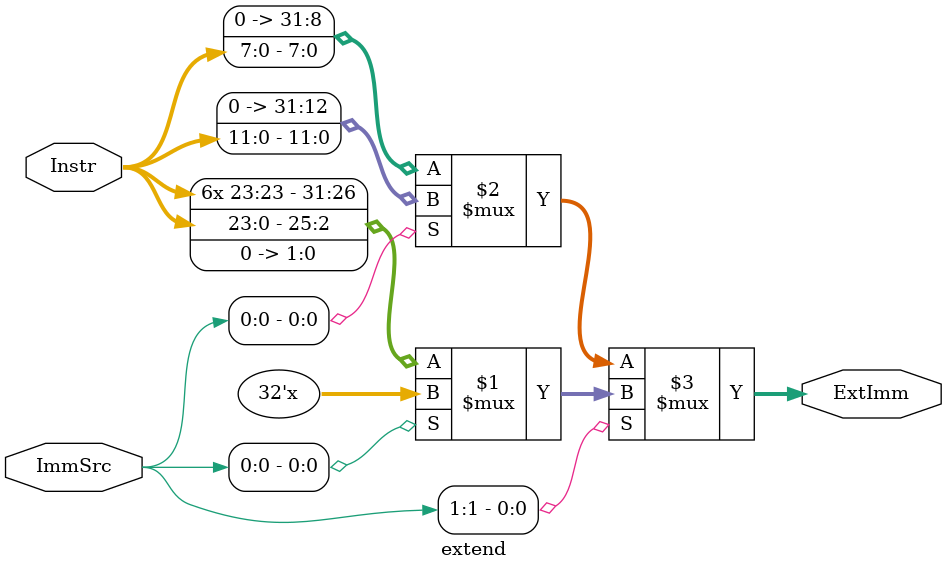
<source format=v>
`timescale 1ns/1ps

module extend (
    input  wire [23:0] Instr,
    input  wire [ 1:0] ImmSrc,
    output wire [31:0] ExtImm
);

  assign ExtImm = ImmSrc[1] ? ImmSrc[0] ? 32'bx : {{6{Instr[23]}}, Instr[23:0], 2'b00} : ImmSrc[0] ? {20'b0, Instr[11:0]} : {24'b0, Instr[7:0]};
  // always @(*)
  //   case(ImmSrc)
  //     2'b00: ExtImm = {24'b0, Instr[7:0]};
  //     2'b01: ExtImm = {20'b0, Instr[11:0]};
  //     2'b10: ExtImm = {{6{Instr[23]}}, Instr[23:0], 2'b00};
  //   endcase
endmodule
</source>
